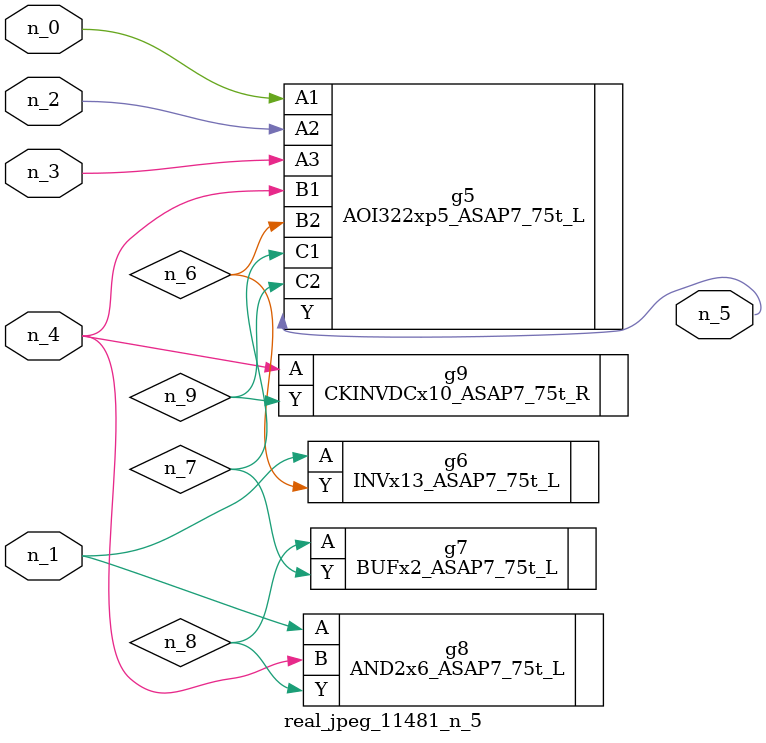
<source format=v>
module real_jpeg_11481_n_5 (n_4, n_0, n_1, n_2, n_3, n_5);

input n_4;
input n_0;
input n_1;
input n_2;
input n_3;

output n_5;

wire n_8;
wire n_6;
wire n_7;
wire n_9;

AOI322xp5_ASAP7_75t_L g5 ( 
.A1(n_0),
.A2(n_2),
.A3(n_3),
.B1(n_4),
.B2(n_6),
.C1(n_7),
.C2(n_9),
.Y(n_5)
);

INVx13_ASAP7_75t_L g6 ( 
.A(n_1),
.Y(n_6)
);

AND2x6_ASAP7_75t_L g8 ( 
.A(n_1),
.B(n_4),
.Y(n_8)
);

CKINVDCx10_ASAP7_75t_R g9 ( 
.A(n_4),
.Y(n_9)
);

BUFx2_ASAP7_75t_L g7 ( 
.A(n_8),
.Y(n_7)
);


endmodule
</source>
